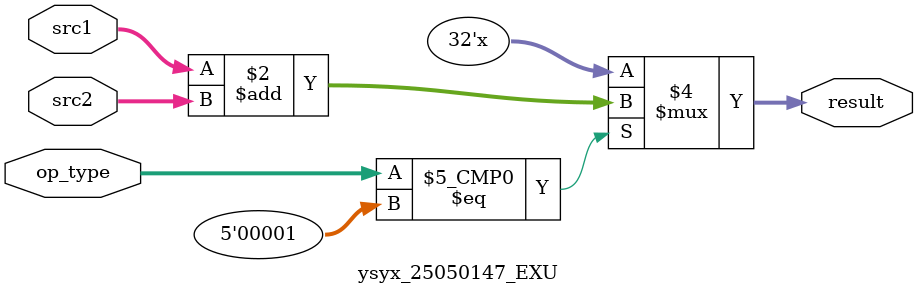
<source format=v>

module ysyx_25050147_EXU (
    input           [4:0]  op_type,
    input      [31:0] src1,
    input      [31:0] src2,
    output reg [31:0] result
);

    always @(*) begin
        case (op_type)

            5'b1: result = src1 + src2;
            default: ;
        endcase

    end


 
endmodule

</source>
